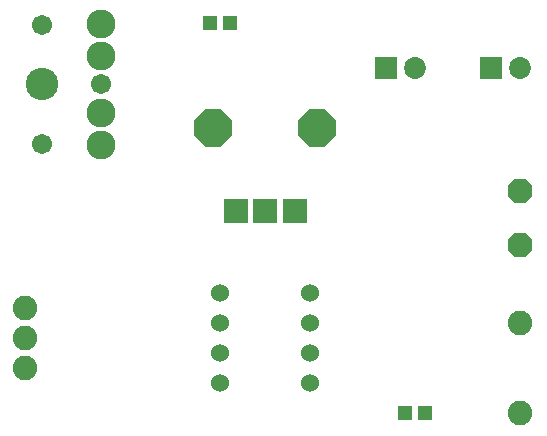
<source format=gts>
G75*
%MOIN*%
%OFA0B0*%
%FSLAX25Y25*%
%IPPOS*%
%LPD*%
%AMOC8*
5,1,8,0,0,1.08239X$1,22.5*
%
%ADD10R,0.05131X0.04737*%
%ADD11C,0.07300*%
%ADD12R,0.07300X0.07300*%
%ADD13C,0.06000*%
%ADD14R,0.08200X0.08200*%
%ADD15OC8,0.12611*%
%ADD16C,0.08200*%
%ADD17OC8,0.08300*%
%ADD18C,0.10800*%
%ADD19C,0.09658*%
%ADD20C,0.06706*%
D10*
X0147654Y0011000D03*
X0154346Y0011000D03*
X0089346Y0141000D03*
X0082654Y0141000D03*
D11*
X0150921Y0126000D03*
X0185921Y0126000D03*
D12*
X0176079Y0126000D03*
X0141079Y0126000D03*
D13*
X0116000Y0051000D03*
X0116000Y0041000D03*
X0116000Y0031000D03*
X0116000Y0021000D03*
X0086000Y0021000D03*
X0086000Y0031000D03*
X0086000Y0041000D03*
X0086000Y0051000D03*
D14*
X0091157Y0078441D03*
X0101000Y0078441D03*
X0110843Y0078441D03*
D15*
X0118323Y0106000D03*
X0083677Y0106000D03*
D16*
X0021000Y0026000D03*
X0021000Y0036000D03*
X0021000Y0046000D03*
X0186000Y0041000D03*
X0186000Y0011000D03*
D17*
X0186000Y0067000D03*
X0186000Y0085000D03*
D18*
X0026630Y0120606D03*
D19*
X0046315Y0111157D03*
X0046315Y0100528D03*
X0046315Y0130055D03*
X0046315Y0140685D03*
D20*
X0026630Y0140291D03*
X0046315Y0120606D03*
X0026630Y0100921D03*
M02*

</source>
